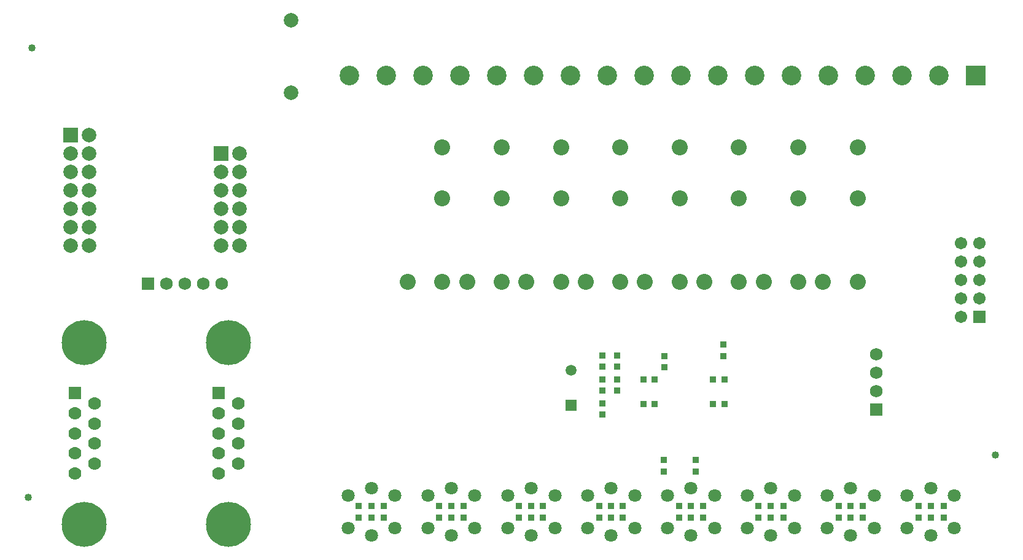
<source format=gbs>
%FSTAX23Y23*%
%MOIN*%
%SFA1B1*%

%IPPOS*%
%ADD51R,0.033000X0.038000*%
%ADD60R,0.038000X0.033000*%
%ADD65C,0.040000*%
%ADD69C,0.086740*%
%ADD70C,0.068000*%
%ADD71R,0.068000X0.068000*%
%ADD72R,0.068000X0.068000*%
%ADD73C,0.070990*%
%ADD74R,0.070000X0.070000*%
%ADD75C,0.070000*%
%ADD76C,0.244220*%
%ADD77C,0.078870*%
%ADD78R,0.059180X0.059180*%
%ADD79C,0.059180*%
%ADD80C,0.106420*%
%ADD81R,0.106420X0.106420*%
%ADD82R,0.078870X0.078870*%
%ADD83R,0.067060X0.067060*%
%ADD84C,0.067060*%
%LN8Â··ÖÇøµçÔ´¹ÜÀíÆ÷pcb-1*%
%LPD*%
G54D51*
X09604Y01049D03*
X09666D03*
X09604Y00915D03*
X09666D03*
X09225D03*
X09287D03*
Y01049D03*
X09225D03*
G54D60*
X09337Y00549D03*
Y00611D03*
X09084Y00988D03*
Y0105D03*
Y01179D03*
Y01117D03*
X0966Y01175D03*
Y01237D03*
X07681Y00361D03*
Y00299D03*
X0775Y00361D03*
Y00299D03*
X07815Y00361D03*
Y00299D03*
X08115Y00361D03*
Y00299D03*
X08183Y00361D03*
Y00299D03*
X0825Y00361D03*
Y00299D03*
X0855Y00361D03*
Y00299D03*
X08615Y00361D03*
Y00299D03*
X0868Y00361D03*
Y00299D03*
X08985Y00361D03*
Y00299D03*
X0905Y00361D03*
Y00299D03*
X09114Y00361D03*
Y00299D03*
X0942Y00361D03*
Y00299D03*
X09484Y00361D03*
Y00299D03*
X0955Y00361D03*
Y00299D03*
X0985Y00361D03*
Y00299D03*
X09917Y00361D03*
Y00299D03*
X09985Y00361D03*
Y00299D03*
X10285Y00361D03*
Y00299D03*
X10351Y00361D03*
Y00299D03*
X10415Y00361D03*
Y00299D03*
X1072Y00361D03*
Y00299D03*
X10785Y00361D03*
Y00299D03*
X10855Y00361D03*
Y00299D03*
X0951Y00611D03*
Y00549D03*
X09004Y00857D03*
Y00919D03*
Y0105D03*
Y00988D03*
Y01179D03*
Y01117D03*
X09338Y01176D03*
Y01114D03*
G54D65*
X11135Y0064D03*
X05885Y0041D03*
X05905Y0285D03*
G54D69*
X10389Y0158D03*
X10201D03*
X10389Y02033D03*
Y0231D03*
X10066Y0158D03*
X09878D03*
X10066Y02033D03*
Y0231D03*
X09744Y0158D03*
X09556D03*
X09744Y02033D03*
Y0231D03*
X09422Y0158D03*
X09234D03*
X09422Y02033D03*
Y0231D03*
X091Y0158D03*
X08912D03*
X091Y02033D03*
Y0231D03*
X08778Y0158D03*
X0859D03*
X08778Y02033D03*
Y0231D03*
X08456Y0158D03*
X08268D03*
X08456Y02033D03*
Y0231D03*
X08134Y0158D03*
X07946D03*
X08134Y02033D03*
Y0231D03*
G54D70*
X1049Y01185D03*
Y01085D03*
Y00985D03*
X06635Y0157D03*
X06735D03*
X06835D03*
X06935D03*
G54D71*
X1049Y00885D03*
G54D72*
X06535Y0157D03*
G54D73*
X10785Y00457D03*
Y00202D03*
X10912Y00418D03*
X10657Y00241D03*
Y00418D03*
X10912Y00241D03*
X10351Y00457D03*
Y00202D03*
X10479Y00418D03*
X10223Y00241D03*
Y00418D03*
X10479Y00241D03*
X09917Y00457D03*
Y00202D03*
X10045Y00418D03*
X09789Y00241D03*
Y00418D03*
X10045Y00241D03*
X09484Y00457D03*
Y00202D03*
X09612Y00418D03*
X09356Y00241D03*
Y00418D03*
X09612Y00241D03*
X0905Y00457D03*
Y00202D03*
X09178Y00418D03*
X08922Y00241D03*
Y00418D03*
X09178Y00241D03*
X08617Y00457D03*
Y00202D03*
X08745Y00418D03*
X08489Y00241D03*
Y00418D03*
X08745Y00241D03*
X08183Y00457D03*
Y00202D03*
X08311Y00418D03*
X08055Y00241D03*
Y00418D03*
X08311Y00241D03*
X0775Y00457D03*
Y00202D03*
X07877Y00418D03*
X07622Y00241D03*
Y00418D03*
X07877Y00241D03*
G54D74*
X06921Y00974D03*
X0614D03*
G54D75*
X07026Y00701D03*
Y0081D03*
Y00919D03*
Y00592D03*
X06921Y00647D03*
Y00538D03*
Y00756D03*
Y00865D03*
X06245Y00701D03*
Y0081D03*
Y00919D03*
Y00592D03*
X0614Y00647D03*
Y00538D03*
Y00756D03*
Y00865D03*
G54D76*
X06972Y01249D03*
Y00263D03*
X06191Y01249D03*
Y00263D03*
G54D77*
X07312Y02997D03*
Y02604D03*
X06217Y02375D03*
X06117Y02275D03*
X06217D03*
X06117Y02175D03*
X06217D03*
X06117Y02075D03*
X06217D03*
X06117Y01975D03*
X06217D03*
X06117Y01875D03*
X06217D03*
X06117Y01775D03*
X06217D03*
X07032Y02175D03*
X06932D03*
X07032Y02275D03*
X06932Y02075D03*
X07032D03*
X06932Y01975D03*
X07032D03*
X06932Y01875D03*
X07032D03*
X06932Y01775D03*
X07032D03*
G54D78*
X08834Y00907D03*
G54D79*
X08834Y011D03*
G54D80*
X0763Y027D03*
X0783D03*
X0803D03*
X0823D03*
X0843D03*
X0863D03*
X0883D03*
X0903D03*
X0923D03*
X0943D03*
X0963D03*
X0983D03*
X1003D03*
X1023D03*
X1043D03*
X1063D03*
X1083D03*
G54D81*
X1103Y027D03*
G54D82*
X06117Y02375D03*
X06932Y02275D03*
G54D83*
X1105Y0139D03*
G54D84*
X1095Y0139D03*
X1105Y0149D03*
X1095D03*
X1105Y0159D03*
X1095D03*
X1105Y0169D03*
X1095D03*
X1105Y0179D03*
X1095D03*
M02*
</source>
